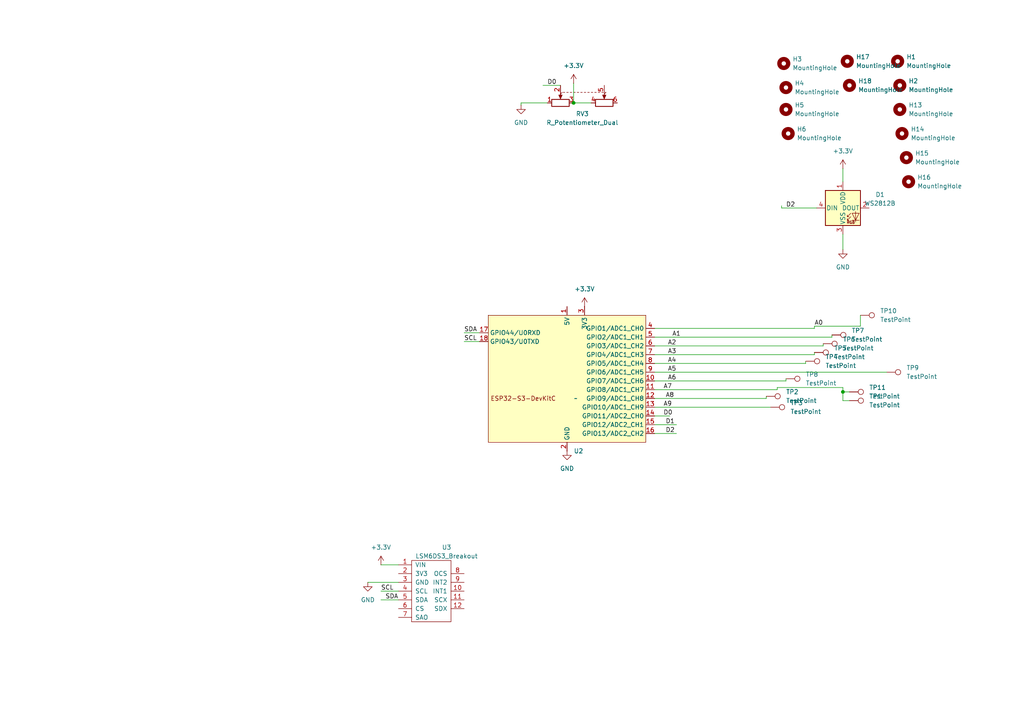
<source format=kicad_sch>
(kicad_sch (version 20231120) (generator "eeschema") (generator_version "8.0")
  (paper "A4")
  (lib_symbols
    (symbol "Connector:TestPoint" (pin_numbers hide) (pin_names (offset 0.762) hide)
      (property "Reference" "TP" (at 0 6.858 0))
      (property "Value" "TestPoint" (at 0 5.08 0))
      (symbol "TestPoint_0_1"
        (circle (center 0 3.302) (radius 0.762))
      )
      (symbol "TestPoint_1_1"
        (pin passive line (at 0 0 90) (length 2.54) (name "1") (number "1"))
      )
    )
    (symbol "Device:R_Potentiometer_Dual" (pin_names (offset 1.016) hide)
      (property "Reference" "RV" (at 0 3.81 0))
      (property "Value" "R_Potentiometer_Dual" (at 0 1.905 0))
      (symbol "R_Potentiometer_Dual_0_1"
        (rectangle (start -8.89 -1.524) (end -3.81 -3.556) (stroke (width 0.254)))
        (polyline (pts (xy -6.35 0) (xy -6.35 -1.016)))
        (polyline (pts (xy -6.35 0) (xy -6.35 -1.016)))
        (polyline (pts (xy -6.35 0) (xy -5.842 0.508)))
        (polyline (pts (xy -5.588 0.508) (xy -5.08 0.508)))
        (polyline (pts (xy -4.572 0.508) (xy -4.064 0.508)))
        (polyline (pts (xy -3.556 0.508) (xy -3.048 0.508)))
        (polyline (pts (xy -2.54 0.508) (xy -2.032 0.508)))
        (polyline (pts (xy -1.524 0.508) (xy -1.016 0.508)))
        (polyline (pts (xy -0.508 0.508) (xy 0 0.508)))
        (polyline (pts (xy 0.508 0.508) (xy 1.016 0.508)))
        (polyline (pts (xy 1.524 0.508) (xy 2.032 0.508)))
        (polyline (pts (xy 2.54 0.508) (xy 3.048 0.508)))
        (polyline (pts (xy 3.556 0.508) (xy 4.064 0.508)))
        (polyline (pts (xy 4.572 0.508) (xy 5.08 0.508)))
        (polyline (pts (xy 5.588 0.508) (xy 6.096 0.508)))
        (polyline (pts (xy 6.35 0) (xy 6.35 -1.016)))
        (polyline (pts (xy 6.35 0) (xy 6.35 -1.016)))
        (polyline (pts (xy 6.604 0.508) (xy 6.858 0.508) (xy 6.35 0)))
        (polyline (pts (xy -6.35 -1.397) (xy -6.858 -0.254) (xy -5.842 -0.254) (xy -6.35 -1.397)) (fill (type outline)))
        (polyline (pts (xy 6.35 -1.397) (xy 5.842 -0.254) (xy 6.858 -0.254) (xy 6.35 -1.397)) (fill (type outline)))
        (rectangle (start 3.81 -1.524) (end 8.89 -3.556) (stroke (width 0.254)))
      )
      (symbol "R_Potentiometer_Dual_1_1"
        (pin passive line (at -10.16 -2.54 0) (length 1.27) (name "1") (number "1"))
        (pin passive line (at -6.35 2.54 270) (length 2.54) (name "2") (number "2"))
        (pin passive line (at -2.54 -2.54 180) (length 1.27) (name "3") (number "3"))
        (pin passive line (at 2.54 -2.54 0) (length 1.27) (name "4") (number "4"))
        (pin passive line (at 6.35 2.54 270) (length 2.54) (name "5") (number "5"))
        (pin passive line (at 10.16 -2.54 180) (length 1.27) (name "6") (number "6"))
      )
    )
    (symbol "LED:WS2812B" (pin_names (offset 0.254))
      (property "Reference" "D" (at 5.08 5.715 0))
      (property "Value" "WS2812B" (at 1.27 -5.715 0))
      (symbol "WS2812B_0_0"
        (text "RGB" (at 2.286 -4.191 0) (effects (font (size 0.762 0.762))))
      )
      (symbol "WS2812B_0_1"
        (polyline (pts (xy 1.27 -3.556) (xy 1.778 -3.556)))
        (polyline (pts (xy 1.27 -2.54) (xy 1.778 -2.54)))
        (polyline (pts (xy 4.699 -3.556) (xy 2.667 -3.556)))
        (polyline (pts (xy 2.286 -2.54) (xy 1.27 -3.556) (xy 1.27 -3.048)))
        (polyline (pts (xy 2.286 -1.524) (xy 1.27 -2.54) (xy 1.27 -2.032)))
        (polyline (pts (xy 3.683 -1.016) (xy 3.683 -3.556) (xy 3.683 -4.064)))
        (polyline (pts (xy 4.699 -1.524) (xy 2.667 -1.524) (xy 3.683 -3.556) (xy 4.699 -1.524)))
        (rectangle (start 5.08 5.08) (end -5.08 -5.08) (stroke (width 0.254)) (fill (type background)))
      )
      (symbol "WS2812B_1_1"
        (pin power_in line (at 0 7.62 270) (length 2.54) (name "VDD") (number "1"))
        (pin output line (at 7.62 0 180) (length 2.54) (name "DOUT") (number "2"))
        (pin power_in line (at 0 -7.62 90) (length 2.54) (name "VSS") (number "3"))
        (pin input line (at -7.62 0 0) (length 2.54) (name "DIN") (number "4"))
      )
    )
    (symbol "LSM6DS3_Breakout:LSM6DS3_Breakout" (pin_names (offset 1.016))
      (property "Reference" "U" (at 0 0 0))
      (property "Value" "LSM6DS3_Breakout" (at -5.334 4.572 0))
      (symbol "LSM6DS3_Breakout_0_1"
        (polyline (pts (xy -10.16 -15.24) (xy -10.16 -16.51)))
        (polyline (pts (xy -10.16 -15.24) (xy -10.16 1.27) (xy 1.27 1.27) (xy 1.27 -15.24) (xy 1.27 -16.51) (xy -10.16 -16.51)))
      )
      (symbol "LSM6DS3_Breakout_1_1"
        (pin input line (at -13.97 0 0) (length 3.81) (name "VIN") (number "1"))
        (pin output line (at 5.08 -7.62 180) (length 3.81) (name "INT1") (number "10"))
        (pin input line (at 5.08 -10.16 180) (length 3.81) (name "SCX") (number "11"))
        (pin bidirectional line (at 5.08 -12.7 180) (length 3.81) (name "SDX") (number "12"))
        (pin input line (at -13.97 -2.54 0) (length 3.81) (name "3V3") (number "2"))
        (pin power_in line (at -13.97 -5.08 0) (length 3.81) (name "GND") (number "3"))
        (pin input line (at -13.97 -7.62 0) (length 3.81) (name "SCL") (number "4"))
        (pin bidirectional line (at -13.97 -10.16 0) (length 3.81) (name "SDA") (number "5"))
        (pin input line (at -13.97 -12.7 0) (length 3.81) (name "CS") (number "6"))
        (pin input line (at -13.97 -15.24 0) (length 3.81) (name "SAO") (number "7"))
        (pin input line (at 5.08 -2.54 180) (length 3.81) (name "OCS") (number "8"))
        (pin output line (at 5.08 -5.08 180) (length 3.81) (name "INT2") (number "9"))
      )
    )
    (symbol "Mechanical:MountingHole" (pin_names (offset 1.016)) (exclude_from_sim yes) (in_bom no)
      (property "Reference" "H" (at 0 5.08 0))
      (property "Value" "MountingHole" (at 0 3.175 0))
      (symbol "MountingHole_0_1"
        (circle (center 0 0) (radius 1.27) (stroke (width 1.27)))
      )
    )
    (symbol "hattwick:Wifiduino-ESP32S3"
      (property "Reference" "U" (at -22.86 46.99 0))
      (symbol "Wifiduino-ESP32S3_0_0"
        (text "ESP32-S3-DevKitC" (at -15.24 0 0) (effects (font (size 1.27 1.27))))
      )
      (symbol "Wifiduino-ESP32S3_0_1"
        (rectangle (start -25.4 24.13) (end 20.32 -12.7) (fill (type background)))
      )
      (symbol "Wifiduino-ESP32S3_1_0"
        (pin bidirectional line (at 22.86 -10.16 180) (length 2.54) (name "GPIO13/ADC2_CH2") (number "16"))
        (pin bidirectional line (at -27.94 19.05 0) (length 2.54) (name "GPIO44/U0RXD") (number "17"))
        (pin bidirectional line (at -27.94 16.51 0) (length 2.54) (name "GPIO43/U0TXD") (number "18"))
        (pin power_in line (at -2.54 -15.24 90) (length 2.54) (name "GND") (number "2"))
        (pin bidirectional line (at 22.86 20.32 180) (length 2.54) (name "GPIO1/ADC1_CH0") (number "4"))
        (pin bidirectional line (at 22.86 17.78 180) (length 2.54) (name "GPIO2/ADC1_CH1") (number "5"))
      )
      (symbol "Wifiduino-ESP32S3_1_1"
        (pin power_in line (at -2.54 26.67 270) (length 2.54) (name "5V") (number "1"))
        (pin bidirectional line (at 22.86 5.08 180) (length 2.54) (name "GPIO7/ADC1_CH6") (number "10"))
        (pin bidirectional line (at 22.86 2.54 180) (length 2.54) (name "GPIO8/ADC1_CH7") (number "11"))
        (pin bidirectional line (at 22.86 0 180) (length 2.54) (name "GPIO9/ADC1_CH8") (number "12"))
        (pin bidirectional line (at 22.86 -2.54 180) (length 2.54) (name "GPIO10/ADC1_CH9") (number "13"))
        (pin bidirectional line (at 22.86 -5.08 180) (length 2.54) (name "GPIO11/ADC2_CH0") (number "14"))
        (pin bidirectional line (at 22.86 -7.62 180) (length 2.54) (name "GPIO12/ADC2_CH1") (number "15"))
        (pin power_in line (at 2.54 26.67 270) (length 2.54) (name "3V3") (number "3"))
        (pin bidirectional line (at 22.86 15.24 180) (length 2.54) (name "GPIO3/ADC1_CH2") (number "6"))
        (pin bidirectional line (at 22.86 12.7 180) (length 2.54) (name "GPIO4/ADC1_CH3") (number "7"))
        (pin bidirectional line (at 22.86 10.16 180) (length 2.54) (name "GPIO5/ADC1_CH4") (number "8"))
        (pin bidirectional line (at 22.86 7.62 180) (length 2.54) (name "GPIO6/ADC1_CH5") (number "9"))
      )
    )
    (symbol "power:+3.3V" (power) (pin_numbers hide) (pin_names (offset 0) hide)
      (property "Value" "+3.3V" (at 0 3.556 0))
      (symbol "+3.3V_0_1"
        (polyline (pts (xy -0.762 1.27) (xy 0 2.54)))
        (polyline (pts (xy 0 0) (xy 0 2.54)))
        (polyline (pts (xy 0 2.54) (xy 0.762 1.27)))
      )
      (symbol "+3.3V_1_1"
        (pin power_in line (at 0 0 90) (length 0) (name "~") (number "1"))
      )
    )
    (symbol "power:GND" (power) (pin_numbers hide) (pin_names (offset 0) hide)
      (property "Value" "GND" (at 0 -3.81 0))
      (symbol "GND_0_1"
        (polyline (pts (xy 0 0) (xy 0 -1.27) (xy 1.27 -1.27) (xy 0 -2.54) (xy -1.27 -1.27) (xy 0 -1.27)))
      )
      (symbol "GND_1_1"
        (pin power_in line (at 0 0 270) (length 0) (name "~") (number "1"))
      )
    )
  )
  (junction (at 166.37 29.845))
  (junction (at 244.475 113.665))
  (wire (pts (xy 233.68 104.775) (xy 233.68 105.41)))
  (wire (pts (xy 110.49 173.99) (xy 115.57 173.99)))
  (wire (pts (xy 189.865 120.65) (xy 194.31 120.65)))
  (wire (pts (xy 244.475 116.205) (xy 244.475 113.665)))
  (wire (pts (xy 238.76 100.33) (xy 189.865 100.33)))
  (wire (pts (xy 244.475 113.665) (xy 246.38 113.665)))
  (wire (pts (xy 223.52 118.11) (xy 189.865 118.11)))
  (wire (pts (xy 158.75 29.845) (xy 151.13 29.845)))
  (wire (pts (xy 238.76 99.695) (xy 238.76 100.33)))
  (wire (pts (xy 106.68 168.91) (xy 115.57 168.91)))
  (wire (pts (xy 246.38 116.205) (xy 244.475 116.205)))
  (wire (pts (xy 134.62 99.06) (xy 139.065 99.06)))
  (wire (pts (xy 236.22 95.25) (xy 189.865 95.25)))
  (wire (pts (xy 244.475 112.395) (xy 244.475 113.665)))
  (wire (pts (xy 222.25 114.935) (xy 222.25 115.57)))
  (wire (pts (xy 241.3 97.79) (xy 189.865 97.79)))
  (wire (pts (xy 134.62 96.52) (xy 139.065 96.52)))
  (wire (pts (xy 244.475 48.895) (xy 244.475 52.705)))
  (wire (pts (xy 227.965 110.49) (xy 189.865 110.49)))
  (wire (pts (xy 249.555 94.615) (xy 236.22 94.615)))
  (wire (pts (xy 236.22 94.615) (xy 236.22 95.25)))
  (wire (pts (xy 166.37 24.13) (xy 166.37 29.845)))
  (wire (pts (xy 189.865 125.73) (xy 196.215 125.73)))
  (wire (pts (xy 222.25 115.57) (xy 189.865 115.57)))
  (wire (pts (xy 236.22 102.235) (xy 236.22 102.87)))
  (wire (pts (xy 244.475 67.945) (xy 244.475 72.39)))
  (wire (pts (xy 225.425 112.395) (xy 225.425 113.03)))
  (wire (pts (xy 225.425 113.03) (xy 189.865 113.03)))
  (wire (pts (xy 249.555 91.44) (xy 249.555 94.615)))
  (wire (pts (xy 110.49 163.83) (xy 115.57 163.83)))
  (wire (pts (xy 151.13 29.845) (xy 151.13 30.48)))
  (wire (pts (xy 110.49 171.45) (xy 115.57 171.45)))
  (wire (pts (xy 236.22 102.87) (xy 189.865 102.87)))
  (wire (pts (xy 226.695 59.69) (xy 226.695 60.325)))
  (wire (pts (xy 189.865 123.19) (xy 196.215 123.19)))
  (wire (pts (xy 241.3 97.155) (xy 241.3 97.79)))
  (wire (pts (xy 165.735 29.845) (xy 166.37 29.845)))
  (wire (pts (xy 166.37 29.845) (xy 171.45 29.845)))
  (wire (pts (xy 157.48 24.765) (xy 162.56 24.765)))
  (wire (pts (xy 225.425 112.395) (xy 244.475 112.395)))
  (wire (pts (xy 257.175 107.95) (xy 189.865 107.95)))
  (wire (pts (xy 236.855 60.325) (xy 226.695 60.325)))
  (wire (pts (xy 233.68 105.41) (xy 189.865 105.41)))
  (wire (pts (xy 227.965 109.855) (xy 227.965 110.49)))
  (label "A9" (at 192.405 118.11 0))
  (label "SCL" (at 110.49 171.45 0))
  (label "A4" (at 193.675 105.41 0))
  (label "D0" (at 158.75 24.765 0))
  (label "SCL" (at 134.62 99.06 0))
  (label "SDA" (at 111.76 173.99 0))
  (label "A2" (at 193.675 100.33 0))
  (label "A0" (at 236.22 94.615 0))
  (label "A3" (at 193.675 102.87 0))
  (label "SDA" (at 134.62 96.52 0))
  (label "D2" (at 193.04 125.73 0))
  (label "D2" (at 227.965 60.325 0))
  (label "A8" (at 193.04 115.57 0))
  (label "A7" (at 192.405 113.03 0))
  (label "D1" (at 193.04 123.19 0))
  (label "D0" (at 192.405 120.65 0))
  (label "A6" (at 193.675 110.49 0))
  (label "A5" (at 193.675 107.95 0))
  (label "A1" (at 194.945 97.79 0))
  (symbol (lib_id "Connector:TestPoint") (at 238.76 99.695 270) (unit 1)
    (property "Reference" "TP6" (at 244.475 98.425 90) (effects (justify left)))
    (property "Value" "TestPoint" (at 244.475 100.965 90) (effects (justify left)))
    (property "Footprint" "ih_kicad:recorder-touchpad" (effects (hide yes)))
    (property "Description" "test point" (effects (hide yes)))
  )
  (symbol (lib_id "Mechanical:MountingHole") (at 227.33 18.415 0) (unit 1)
    (property "Reference" "H3" (at 229.87 17.145 0) (effects (justify left)))
    (property "Value" "MountingHole" (at 229.87 19.685 0) (effects (justify left)))
    (property "Footprint" "MountingHole:MountingHole_3.2mm_M3" (effects (hide yes)))
    (property "Description" "Mounting Hole without connection" (effects (hide yes)))
  )
  (symbol (lib_id "Device:R_Potentiometer_Dual") (at 168.91 27.305 0) (unit 1)
    (property "Reference" "RV3" (at 168.91 33.02 0))
    (property "Value" "R_Potentiometer_Dual" (at 168.91 35.56 0))
    (property "Footprint" "ih_kicad:potentiometer_wheel_16mm" (effects (hide yes)))
    (property "Description" "Dual potentiometer" (effects (hide yes)))
  )
  (symbol (lib_id "power:GND") (at 244.475 72.39 0) (unit 1)
    (property "Reference" "#PWR04" (effects (hide yes)))
    (property "Value" "GND" (at 244.475 77.47 0))
    (property "Description" "Power symbol creates a global label with name \"GND\" , ground" (effects (hide yes)))
  )
  (symbol (lib_id "Connector:TestPoint") (at 222.25 114.935 270) (unit 1)
    (property "Reference" "TP2" (at 227.965 113.665 90) (effects (justify left)))
    (property "Value" "TestPoint" (at 227.965 116.205 90) (effects (justify left)))
    (property "Footprint" "ih_kicad:recorder-touchpad" (effects (hide yes)))
    (property "Description" "test point" (effects (hide yes)))
  )
  (symbol (lib_id "Connector:TestPoint") (at 223.52 118.11 270) (unit 1)
    (property "Reference" "TP3" (at 229.235 116.84 90) (effects (justify left)))
    (property "Value" "TestPoint" (at 229.235 119.38 90) (effects (justify left)))
    (property "Footprint" "ih_kicad:recorder-touchpad" (effects (hide yes)))
    (property "Description" "test point" (effects (hide yes)))
  )
  (symbol (lib_id "Mechanical:MountingHole") (at 227.965 31.75 0) (unit 1)
    (property "Reference" "H5" (at 230.505 30.48 0) (effects (justify left)))
    (property "Value" "MountingHole" (at 230.505 33.02 0) (effects (justify left)))
    (property "Footprint" "MountingHole:MountingHole_3.2mm_M3" (effects (hide yes)))
    (property "Description" "Mounting Hole without connection" (effects (hide yes)))
  )
  (symbol (lib_id "Mechanical:MountingHole") (at 246.38 24.765 0) (unit 1)
    (property "Reference" "H18" (at 248.92 23.495 0) (effects (justify left)))
    (property "Value" "MountingHole" (at 248.92 26.035 0) (effects (justify left)))
    (property "Footprint" "MountingHole:MountingHole_3.2mm_M3" (effects (hide yes)))
    (property "Description" "Mounting Hole without connection" (effects (hide yes)))
  )
  (symbol (lib_id "power:GND") (at 151.13 30.48 0) (unit 1)
    (property "Reference" "#PWR05" (effects (hide yes)))
    (property "Value" "GND" (at 151.13 35.56 0))
    (property "Description" "Power symbol creates a global label with name \"GND\" , ground" (effects (hide yes)))
  )
  (symbol (lib_id "Mechanical:MountingHole") (at 227.965 25.4 0) (unit 1)
    (property "Reference" "H4" (at 230.505 24.13 0) (effects (justify left)))
    (property "Value" "MountingHole" (at 230.505 26.67 0) (effects (justify left)))
    (property "Footprint" "MountingHole:MountingHole_3.2mm_M3" (effects (hide yes)))
    (property "Description" "Mounting Hole without connection" (effects (hide yes)))
  )
  (symbol (lib_id "Mechanical:MountingHole") (at 260.985 24.765 0) (unit 1)
    (property "Reference" "H2" (at 263.525 23.495 0) (effects (justify left)))
    (property "Value" "MountingHole" (at 263.525 26.035 0) (effects (justify left)))
    (property "Footprint" "MountingHole:MountingHole_3.2mm_M3" (effects (hide yes)))
    (property "Description" "Mounting Hole without connection" (effects (hide yes)))
  )
  (symbol (lib_id "Connector:TestPoint") (at 246.38 116.205 270) (unit 1)
    (property "Reference" "TP1" (at 252.095 114.935 90) (effects (justify left)))
    (property "Value" "TestPoint" (at 252.095 117.475 90) (effects (justify left)))
    (property "Footprint" "ih_kicad:recorder-touchpad" (effects (hide yes)))
    (property "Description" "test point" (effects (hide yes)))
  )
  (symbol (lib_id "LSM6DS3_Breakout:LSM6DS3_Breakout") (at 129.54 163.83 0) (unit 1)
    (property "Reference" "U3" (at 129.54 158.75 0))
    (property "Value" "LSM6DS3_Breakout" (at 129.54 161.29 0))
    (property "Footprint" "ih_kicad:LSM6DS3_Breakout_oneSide" (effects (hide yes)))
  )
  (symbol (lib_id "Mechanical:MountingHole") (at 263.525 52.705 0) (unit 1)
    (property "Reference" "H16" (at 266.065 51.435 0) (effects (justify left)))
    (property "Value" "MountingHole" (at 266.065 53.975 0) (effects (justify left)))
    (property "Footprint" "MountingHole:MountingHole_3.2mm_M3" (effects (hide yes)))
    (property "Description" "Mounting Hole without connection" (effects (hide yes)))
  )
  (symbol (lib_id "hattwick:Wifiduino-ESP32S3") (at 167.005 115.57 0) (unit 1)
    (property "Reference" "U2" (at 166.4209 130.81 0) (effects (justify left)))
    (property "Value" "~" (at 167.005 115.57 0))
    (property "Footprint" "ih_kicad:Wifiduino-ESP32S3-SMD" (effects (hide yes)))
  )
  (symbol (lib_id "LED:WS2812B") (at 244.475 60.325 0) (unit 1)
    (property "Reference" "D1" (at 255.27 56.4389 0))
    (property "Value" "WS2812B" (at 255.27 58.9789 0))
    (property "Footprint" "LED_SMD:LED_WS2812B_PLCC4_5.0x5.0mm_P3.2mm" (effects (hide yes)))
    (property "Datasheet" "https://cdn-shop.adafruit.com/datasheets/WS2812B.pdf" (effects (hide yes)))
    (property "Description" "RGB LED with integrated controller" (effects (hide yes)))
  )
  (symbol (lib_id "Connector:TestPoint") (at 233.68 104.775 270) (unit 1)
    (property "Reference" "TP4" (at 239.395 103.505 90) (effects (justify left)))
    (property "Value" "TestPoint" (at 239.395 106.045 90) (effects (justify left)))
    (property "Footprint" "ih_kicad:recorder-touchpad" (effects (hide yes)))
    (property "Description" "test point" (effects (hide yes)))
  )
  (symbol (lib_id "Mechanical:MountingHole") (at 245.745 17.78 0) (unit 1)
    (property "Reference" "H17" (at 248.285 16.51 0) (effects (justify left)))
    (property "Value" "MountingHole" (at 248.285 19.05 0) (effects (justify left)))
    (property "Footprint" "MountingHole:MountingHole_3.2mm_M3" (effects (hide yes)))
    (property "Description" "Mounting Hole without connection" (effects (hide yes)))
  )
  (symbol (lib_id "power:+3.3V") (at 110.49 163.83 0) (unit 1)
    (property "Reference" "#PWR07" (effects (hide yes)))
    (property "Value" "+3.3V" (at 110.49 158.75 0))
    (property "Description" "Power symbol creates a global label with name \"+3.3V\"" (effects (hide yes)))
  )
  (symbol (lib_id "power:+3.3V") (at 169.545 88.9 0) (unit 1)
    (property "Reference" "#PWR02" (effects (hide yes)))
    (property "Value" "+3.3V" (at 169.545 83.82 0))
    (property "Description" "Power symbol creates a global label with name \"+3.3V\"" (effects (hide yes)))
  )
  (symbol (lib_id "Connector:TestPoint") (at 227.965 109.855 270) (unit 1)
    (property "Reference" "TP8" (at 233.68 108.585 90) (effects (justify left)))
    (property "Value" "TestPoint" (at 233.68 111.125 90) (effects (justify left)))
    (property "Footprint" "ih_kicad:recorder-touchtrack" (effects (hide yes)))
    (property "Description" "test point" (effects (hide yes)))
  )
  (symbol (lib_id "Connector:TestPoint") (at 257.175 107.95 270) (unit 1)
    (property "Reference" "TP9" (at 262.89 106.68 90) (effects (justify left)))
    (property "Value" "TestPoint" (at 262.89 109.22 90) (effects (justify left)))
    (property "Footprint" "ih_kicad:recorder-touchtrack" (effects (hide yes)))
    (property "Description" "test point" (effects (hide yes)))
  )
  (symbol (lib_id "power:GND") (at 164.465 130.81 0) (unit 1)
    (property "Reference" "#PWR01" (effects (hide yes)))
    (property "Value" "GND" (at 164.465 135.89 0))
    (property "Description" "Power symbol creates a global label with name \"GND\" , ground" (effects (hide yes)))
  )
  (symbol (lib_id "Mechanical:MountingHole") (at 261.62 38.735 0) (unit 1)
    (property "Reference" "H14" (at 264.16 37.465 0) (effects (justify left)))
    (property "Value" "MountingHole" (at 264.16 40.005 0) (effects (justify left)))
    (property "Footprint" "MountingHole:MountingHole_3.2mm_M3" (effects (hide yes)))
    (property "Description" "Mounting Hole without connection" (effects (hide yes)))
  )
  (symbol (lib_id "Connector:TestPoint") (at 241.3 97.155 270) (unit 1)
    (property "Reference" "TP7" (at 247.015 95.885 90) (effects (justify left)))
    (property "Value" "TestPoint" (at 247.015 98.425 90) (effects (justify left)))
    (property "Footprint" "ih_kicad:recorder-touchpad" (effects (hide yes)))
    (property "Description" "test point" (effects (hide yes)))
  )
  (symbol (lib_id "Mechanical:MountingHole") (at 260.985 31.75 0) (unit 1)
    (property "Reference" "H13" (at 263.525 30.48 0) (effects (justify left)))
    (property "Value" "MountingHole" (at 263.525 33.02 0) (effects (justify left)))
    (property "Footprint" "MountingHole:MountingHole_3.2mm_M3" (effects (hide yes)))
    (property "Description" "Mounting Hole without connection" (effects (hide yes)))
  )
  (symbol (lib_id "power:+3.3V") (at 166.37 24.13 0) (unit 1)
    (property "Reference" "#PWR06" (effects (hide yes)))
    (property "Value" "+3.3V" (at 166.37 19.05 0))
    (property "Description" "Power symbol creates a global label with name \"+3.3V\"" (effects (hide yes)))
  )
  (symbol (lib_id "Mechanical:MountingHole") (at 260.35 17.78 0) (unit 1)
    (property "Reference" "H1" (at 262.89 16.51 0) (effects (justify left)))
    (property "Value" "MountingHole" (at 262.89 19.05 0) (effects (justify left)))
    (property "Footprint" "MountingHole:MountingHole_3.2mm_M3" (effects (hide yes)))
    (property "Description" "Mounting Hole without connection" (effects (hide yes)))
  )
  (symbol (lib_id "Connector:TestPoint") (at 249.555 91.44 270) (unit 1)
    (property "Reference" "TP10" (at 255.27 90.17 90) (effects (justify left)))
    (property "Value" "TestPoint" (at 255.27 92.71 90) (effects (justify left)))
    (property "Footprint" "ih_kicad:recorder-touchpad" (effects (hide yes)))
    (property "Description" "test point" (effects (hide yes)))
  )
  (symbol (lib_id "Mechanical:MountingHole") (at 262.89 45.72 0) (unit 1)
    (property "Reference" "H15" (at 265.43 44.45 0) (effects (justify left)))
    (property "Value" "MountingHole" (at 265.43 46.99 0) (effects (justify left)))
    (property "Footprint" "MountingHole:MountingHole_3.2mm_M3" (effects (hide yes)))
    (property "Description" "Mounting Hole without connection" (effects (hide yes)))
  )
  (symbol (lib_id "power:+3.3V") (at 244.475 48.895 0) (unit 1)
    (property "Reference" "#PWR03" (effects (hide yes)))
    (property "Value" "+3.3V" (at 244.475 43.815 0))
    (property "Description" "Power symbol creates a global label with name \"+3.3V\"" (effects (hide yes)))
  )
  (symbol (lib_id "Connector:TestPoint") (at 236.22 102.235 270) (unit 1)
    (property "Reference" "TP5" (at 241.935 100.965 90) (effects (justify left)))
    (property "Value" "TestPoint" (at 241.935 103.505 90) (effects (justify left)))
    (property "Footprint" "ih_kicad:recorder-touchpad" (effects (hide yes)))
    (property "Description" "test point" (effects (hide yes)))
  )
  (symbol (lib_id "power:GND") (at 106.68 168.91 0) (unit 1)
    (property "Reference" "#PWR08" (effects (hide yes)))
    (property "Value" "GND" (at 106.68 173.99 0))
    (property "Description" "Power symbol creates a global label with name \"GND\" , ground" (effects (hide yes)))
  )
  (symbol (lib_id "Connector:TestPoint") (at 246.38 113.665 270) (unit 1)
    (property "Reference" "TP11" (at 252.095 112.395 90) (effects (justify left)))
    (property "Value" "TestPoint" (at 252.095 114.935 90) (effects (justify left)))
    (property "Footprint" "ih_kicad:recorder-touchpad-narrow" (effects (hide yes)))
    (property "Description" "test point" (effects (hide yes)))
  )
  (symbol (lib_id "Mechanical:MountingHole") (at 228.6 38.735 0) (unit 1)
    (property "Reference" "H6" (at 231.14 37.465 0) (effects (justify left)))
    (property "Value" "MountingHole" (at 231.14 40.005 0) (effects (justify left)))
    (property "Footprint" "MountingHole:MountingHole_3.2mm_M3" (effects (hide yes)))
    (property "Description" "Mounting Hole without connection" (effects (hide yes)))
  )
)
</source>
